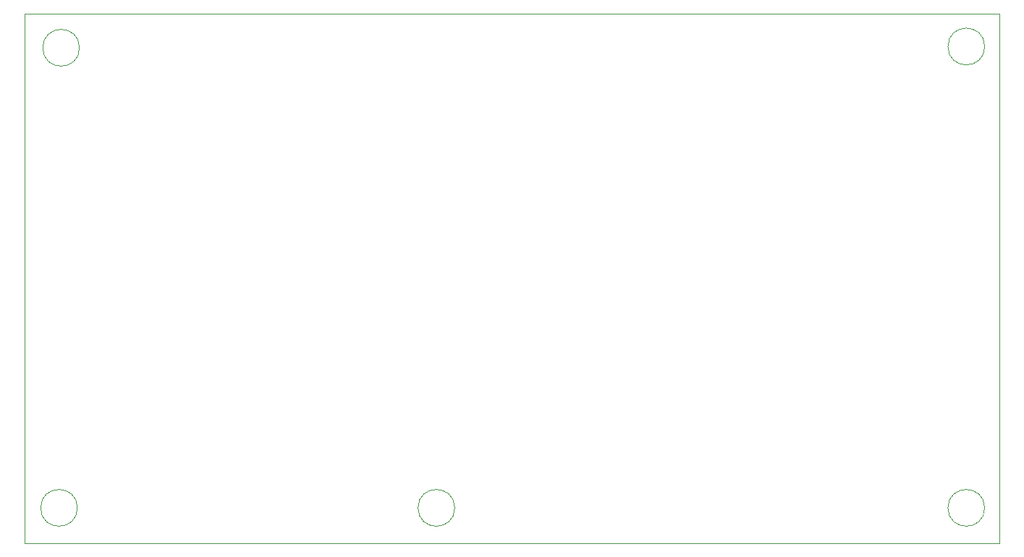
<source format=gbr>
%TF.GenerationSoftware,KiCad,Pcbnew,7.0.7*%
%TF.CreationDate,2023-12-25T13:55:38-06:00*%
%TF.ProjectId,LED Tester,4c454420-5465-4737-9465-722e6b696361,rev?*%
%TF.SameCoordinates,Original*%
%TF.FileFunction,Profile,NP*%
%FSLAX46Y46*%
G04 Gerber Fmt 4.6, Leading zero omitted, Abs format (unit mm)*
G04 Created by KiCad (PCBNEW 7.0.7) date 2023-12-25 13:55:38*
%MOMM*%
%LPD*%
G01*
G04 APERTURE LIST*
%TA.AperFunction,Profile*%
%ADD10C,0.100000*%
%TD*%
G04 APERTURE END LIST*
D10*
X79400000Y-61000000D02*
G75*
G03*
X79400000Y-61000000I-2150000J0D01*
G01*
X123300000Y-114850000D02*
G75*
G03*
X123300000Y-114850000I-2150000J0D01*
G01*
X185300000Y-114850000D02*
G75*
G03*
X185300000Y-114850000I-2150000J0D01*
G01*
X73000000Y-57000000D02*
X187000000Y-57000000D01*
X187000000Y-119000000D01*
X73000000Y-119000000D01*
X73000000Y-57000000D01*
X185300000Y-60850000D02*
G75*
G03*
X185300000Y-60850000I-2150000J0D01*
G01*
X79150000Y-114850000D02*
G75*
G03*
X79150000Y-114850000I-2150000J0D01*
G01*
M02*

</source>
